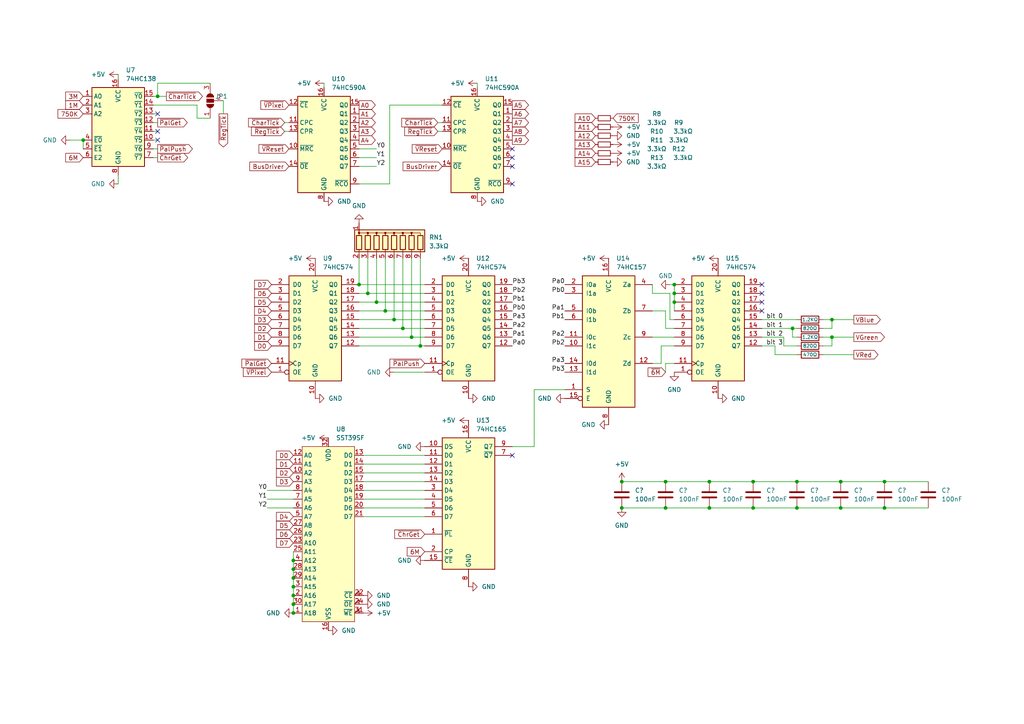
<source format=kicad_sch>
(kicad_sch (version 20230121) (generator eeschema)
  (paper "A4")
  (title_block (title "Video"))
  (lib_symbols
    (symbol "74xx:74HC138"
      (property "Reference" "U" (at -7.62 13.97 0))
      (property "Value" "74HC138" (at 2.54 -11.43 0))
      (symbol "74HC138_0_1"
        (rectangle (start -7.62 12.7) (end 7.62 -10.16) (stroke (width 0.254)) (fill (type background)))
      )
      (symbol "74HC138_1_1"
        (pin input line (at -10.16 10.16 0) (length 2.54) (name "A0") (number "1"))
        (pin output line (at 10.16 -2.54 180) (length 2.54) (name "~{Y5}") (number "10"))
        (pin output line (at 10.16 0 180) (length 2.54) (name "~{Y4}") (number "11"))
        (pin output line (at 10.16 2.54 180) (length 2.54) (name "~{Y3}") (number "12"))
        (pin output line (at 10.16 5.08 180) (length 2.54) (name "~{Y2}") (number "13"))
        (pin output line (at 10.16 7.62 180) (length 2.54) (name "~{Y1}") (number "14"))
        (pin output line (at 10.16 10.16 180) (length 2.54) (name "~{Y0}") (number "15"))
        (pin power_in line (at 0 15.24 270) (length 2.54) (name "VCC") (number "16"))
        (pin input line (at -10.16 7.62 0) (length 2.54) (name "A1") (number "2"))
        (pin input line (at -10.16 5.08 0) (length 2.54) (name "A2") (number "3"))
        (pin input line (at -10.16 -2.54 0) (length 2.54) (name "~{E0}") (number "4"))
        (pin input line (at -10.16 -5.08 0) (length 2.54) (name "~{E1}") (number "5"))
        (pin input line (at -10.16 -7.62 0) (length 2.54) (name "E2") (number "6"))
        (pin output line (at 10.16 -7.62 180) (length 2.54) (name "~{Y7}") (number "7"))
        (pin power_in line (at 0 -12.7 90) (length 2.54) (name "GND") (number "8"))
        (pin output line (at 10.16 -5.08 180) (length 2.54) (name "~{Y6}") (number "9"))
      )
    )
    (symbol "74xx:74HC165"
      (property "Reference" "U" (at -7.62 19.05 0))
      (property "Value" "74HC165" (at -7.62 -21.59 0))
      (symbol "74HC165_1_0"
        (pin input line (at -12.7 -10.16 0) (length 5.08) (name "~{PL}") (number "1"))
        (pin input line (at -12.7 15.24 0) (length 5.08) (name "DS") (number "10"))
        (pin input line (at -12.7 12.7 0) (length 5.08) (name "D0") (number "11"))
        (pin input line (at -12.7 10.16 0) (length 5.08) (name "D1") (number "12"))
        (pin input line (at -12.7 7.62 0) (length 5.08) (name "D2") (number "13"))
        (pin input line (at -12.7 5.08 0) (length 5.08) (name "D3") (number "14"))
        (pin input line (at -12.7 -17.78 0) (length 5.08) (name "~{CE}") (number "15"))
        (pin power_in line (at 0 22.86 270) (length 5.08) (name "VCC") (number "16"))
        (pin input line (at -12.7 -15.24 0) (length 5.08) (name "CP") (number "2"))
        (pin input line (at -12.7 2.54 0) (length 5.08) (name "D4") (number "3"))
        (pin input line (at -12.7 0 0) (length 5.08) (name "D5") (number "4"))
        (pin input line (at -12.7 -2.54 0) (length 5.08) (name "D6") (number "5"))
        (pin input line (at -12.7 -5.08 0) (length 5.08) (name "D7") (number "6"))
        (pin output line (at 12.7 12.7 180) (length 5.08) (name "~{Q7}") (number "7"))
        (pin power_in line (at 0 -25.4 90) (length 5.08) (name "GND") (number "8"))
        (pin output line (at 12.7 15.24 180) (length 5.08) (name "Q7") (number "9"))
      )
      (symbol "74HC165_1_1"
        (rectangle (start -7.62 17.78) (end 7.62 -20.32) (stroke (width 0.254)) (fill (type background)))
      )
    )
    (symbol "74xx:74HC590A"
      (property "Reference" "U" (at -7.62 16.51 0))
      (property "Value" "74HC590A" (at -7.62 -13.97 0))
      (symbol "74HC590A_1_0"
        (pin tri_state line (at 10.16 10.16 180) (length 2.54) (name "Q1") (number "1"))
        (pin input line (at -10.16 0 0) (length 2.54) (name "~{MRC}") (number "10"))
        (pin input line (at -10.16 7.62 0) (length 2.54) (name "CPC") (number "11"))
        (pin input line (at -10.16 12.7 0) (length 2.54) (name "~{CE}") (number "12"))
        (pin input line (at -10.16 5.08 0) (length 2.54) (name "CPR") (number "13"))
        (pin input line (at -10.16 -5.08 0) (length 2.54) (name "~{OE}") (number "14"))
        (pin tri_state line (at 10.16 12.7 180) (length 2.54) (name "Q0") (number "15"))
        (pin power_in line (at 0 17.78 270) (length 2.54) (name "VCC") (number "16"))
        (pin tri_state line (at 10.16 7.62 180) (length 2.54) (name "Q2") (number "2"))
        (pin tri_state line (at 10.16 5.08 180) (length 2.54) (name "Q3") (number "3"))
        (pin tri_state line (at 10.16 2.54 180) (length 2.54) (name "Q4") (number "4"))
        (pin tri_state line (at 10.16 0 180) (length 2.54) (name "Q5") (number "5"))
        (pin tri_state line (at 10.16 -2.54 180) (length 2.54) (name "Q6") (number "6"))
        (pin tri_state line (at 10.16 -5.08 180) (length 2.54) (name "Q7") (number "7"))
        (pin power_in line (at 0 -15.24 90) (length 2.54) (name "GND") (number "8"))
        (pin output line (at 10.16 -10.16 180) (length 2.54) (name "~{RCO}") (number "9"))
      )
      (symbol "74HC590A_1_1"
        (rectangle (start -7.62 15.24) (end 7.62 -12.7) (stroke (width 0.254)) (fill (type background)))
      )
    )
    (symbol "74xx:74HCT574" (pin_names (offset 1.016))
      (property "Reference" "U" (at -7.62 16.51 0))
      (property "Value" "74HCT574" (at -7.62 -16.51 0))
      (symbol "74HCT574_1_0"
        (pin input inverted (at -12.7 -12.7 0) (length 5.08) (name "OE") (number "1"))
        (pin power_in line (at 0 -20.32 90) (length 5.08) (name "GND") (number "10"))
        (pin input clock (at -12.7 -10.16 0) (length 5.08) (name "Cp") (number "11"))
        (pin tri_state line (at 12.7 -5.08 180) (length 5.08) (name "Q7") (number "12"))
        (pin tri_state line (at 12.7 -2.54 180) (length 5.08) (name "Q6") (number "13"))
        (pin tri_state line (at 12.7 0 180) (length 5.08) (name "Q5") (number "14"))
        (pin tri_state line (at 12.7 2.54 180) (length 5.08) (name "Q4") (number "15"))
        (pin tri_state line (at 12.7 5.08 180) (length 5.08) (name "Q3") (number "16"))
        (pin tri_state line (at 12.7 7.62 180) (length 5.08) (name "Q2") (number "17"))
        (pin tri_state line (at 12.7 10.16 180) (length 5.08) (name "Q1") (number "18"))
        (pin tri_state line (at 12.7 12.7 180) (length 5.08) (name "Q0") (number "19"))
        (pin input line (at -12.7 12.7 0) (length 5.08) (name "D0") (number "2"))
        (pin power_in line (at 0 20.32 270) (length 5.08) (name "VCC") (number "20"))
        (pin input line (at -12.7 10.16 0) (length 5.08) (name "D1") (number "3"))
        (pin input line (at -12.7 7.62 0) (length 5.08) (name "D2") (number "4"))
        (pin input line (at -12.7 5.08 0) (length 5.08) (name "D3") (number "5"))
        (pin input line (at -12.7 2.54 0) (length 5.08) (name "D4") (number "6"))
        (pin input line (at -12.7 0 0) (length 5.08) (name "D5") (number "7"))
        (pin input line (at -12.7 -2.54 0) (length 5.08) (name "D6") (number "8"))
        (pin input line (at -12.7 -5.08 0) (length 5.08) (name "D7") (number "9"))
      )
      (symbol "74HCT574_1_1"
        (rectangle (start -7.62 15.24) (end 7.62 -15.24) (stroke (width 0.254)) (fill (type background)))
      )
    )
    (symbol "74xx:74LS157" (pin_names (offset 1.016))
      (property "Reference" "U" (at -7.62 19.05 0))
      (property "Value" "74LS157" (at -7.62 -21.59 0))
      (symbol "74LS157_1_0"
        (pin input line (at -12.7 -15.24 0) (length 5.08) (name "S") (number "1"))
        (pin input line (at -12.7 -2.54 0) (length 5.08) (name "I1c") (number "10"))
        (pin input line (at -12.7 0 0) (length 5.08) (name "I0c") (number "11"))
        (pin output line (at 12.7 -7.62 180) (length 5.08) (name "Zd") (number "12"))
        (pin input line (at -12.7 -10.16 0) (length 5.08) (name "I1d") (number "13"))
        (pin input line (at -12.7 -7.62 0) (length 5.08) (name "I0d") (number "14"))
        (pin input inverted (at -12.7 -17.78 0) (length 5.08) (name "E") (number "15"))
        (pin power_in line (at 0 22.86 270) (length 5.08) (name "VCC") (number "16"))
        (pin input line (at -12.7 15.24 0) (length 5.08) (name "I0a") (number "2"))
        (pin input line (at -12.7 12.7 0) (length 5.08) (name "I1a") (number "3"))
        (pin output line (at 12.7 15.24 180) (length 5.08) (name "Za") (number "4"))
        (pin input line (at -12.7 7.62 0) (length 5.08) (name "I0b") (number "5"))
        (pin input line (at -12.7 5.08 0) (length 5.08) (name "I1b") (number "6"))
        (pin output line (at 12.7 7.62 180) (length 5.08) (name "Zb") (number "7"))
        (pin power_in line (at 0 -25.4 90) (length 5.08) (name "GND") (number "8"))
        (pin output line (at 12.7 0 180) (length 5.08) (name "Zc") (number "9"))
      )
      (symbol "74LS157_1_1"
        (rectangle (start -7.62 17.78) (end 7.62 -20.32) (stroke (width 0.254)) (fill (type background)))
      )
    )
    (symbol "Device:C" (pin_numbers hide) (pin_names (offset 0.254))
      (property "Reference" "C" (at 0.635 2.54 0))
      (property "Value" "C" (at 0.635 -2.54 0))
      (symbol "C_0_1"
        (polyline (pts (xy -2.032 -0.762) (xy 2.032 -0.762)) (stroke (width 0.508)))
        (polyline (pts (xy -2.032 0.762) (xy 2.032 0.762)) (stroke (width 0.508)))
      )
      (symbol "C_1_1"
        (pin passive line (at 0 3.81 270) (length 2.794) (name "~") (number "1"))
        (pin passive line (at 0 -3.81 90) (length 2.794) (name "~") (number "2"))
      )
    )
    (symbol "Device:R" (pin_numbers hide) (pin_names (offset 0))
      (property "Reference" "R" (at 2.032 0 90))
      (property "Value" "R" (at 0 0 90))
      (symbol "R_0_1"
        (rectangle (start -1.016 -2.54) (end 1.016 2.54) (stroke (width 0.254)))
      )
      (symbol "R_1_1"
        (pin passive line (at 0 3.81 270) (length 1.27) (name "~") (number "1"))
        (pin passive line (at 0 -3.81 90) (length 1.27) (name "~") (number "2"))
      )
    )
    (symbol "Device:R_Network08" (pin_names (offset 0) hide)
      (property "Reference" "RN" (at -12.7 0 90))
      (property "Value" "R_Network08" (at 10.16 0 90))
      (symbol "R_Network08_0_1"
        (rectangle (start -11.43 -3.175) (end 8.89 3.175) (stroke (width 0.254)) (fill (type background)))
        (rectangle (start -10.922 1.524) (end -9.398 -2.54) (stroke (width 0.254)))
        (circle (center -10.16 2.286) (radius 0.254) (fill (type outline)))
        (rectangle (start -8.382 1.524) (end -6.858 -2.54) (stroke (width 0.254)))
        (circle (center -7.62 2.286) (radius 0.254) (fill (type outline)))
        (rectangle (start -5.842 1.524) (end -4.318 -2.54) (stroke (width 0.254)))
        (circle (center -5.08 2.286) (radius 0.254) (fill (type outline)))
        (rectangle (start -3.302 1.524) (end -1.778 -2.54) (stroke (width 0.254)))
        (circle (center -2.54 2.286) (radius 0.254) (fill (type outline)))
        (rectangle (start -0.762 1.524) (end 0.762 -2.54) (stroke (width 0.254)))
        (polyline (pts (xy -10.16 -2.54) (xy -10.16 -3.81)))
        (polyline (pts (xy -7.62 -2.54) (xy -7.62 -3.81)))
        (polyline (pts (xy -5.08 -2.54) (xy -5.08 -3.81)))
        (polyline (pts (xy -2.54 -2.54) (xy -2.54 -3.81)))
        (polyline (pts (xy 0 -2.54) (xy 0 -3.81)))
        (polyline (pts (xy 2.54 -2.54) (xy 2.54 -3.81)))
        (polyline (pts (xy 5.08 -2.54) (xy 5.08 -3.81)))
        (polyline (pts (xy 7.62 -2.54) (xy 7.62 -3.81)))
        (polyline (pts (xy -10.16 1.524) (xy -10.16 2.286) (xy -7.62 2.286) (xy -7.62 1.524)))
        (polyline (pts (xy -7.62 1.524) (xy -7.62 2.286) (xy -5.08 2.286) (xy -5.08 1.524)))
        (polyline (pts (xy -5.08 1.524) (xy -5.08 2.286) (xy -2.54 2.286) (xy -2.54 1.524)))
        (polyline (pts (xy -2.54 1.524) (xy -2.54 2.286) (xy 0 2.286) (xy 0 1.524)))
        (polyline (pts (xy 0 1.524) (xy 0 2.286) (xy 2.54 2.286) (xy 2.54 1.524)))
        (polyline (pts (xy 2.54 1.524) (xy 2.54 2.286) (xy 5.08 2.286) (xy 5.08 1.524)))
        (polyline (pts (xy 5.08 1.524) (xy 5.08 2.286) (xy 7.62 2.286) (xy 7.62 1.524)))
        (circle (center 0 2.286) (radius 0.254) (fill (type outline)))
        (rectangle (start 1.778 1.524) (end 3.302 -2.54) (stroke (width 0.254)))
        (circle (center 2.54 2.286) (radius 0.254) (fill (type outline)))
        (rectangle (start 4.318 1.524) (end 5.842 -2.54) (stroke (width 0.254)))
        (circle (center 5.08 2.286) (radius 0.254) (fill (type outline)))
        (rectangle (start 6.858 1.524) (end 8.382 -2.54) (stroke (width 0.254)))
      )
      (symbol "R_Network08_1_1"
        (pin passive line (at -10.16 5.08 270) (length 2.54) (name "common") (number "1"))
        (pin passive line (at -10.16 -5.08 90) (length 1.27) (name "R1") (number "2"))
        (pin passive line (at -7.62 -5.08 90) (length 1.27) (name "R2") (number "3"))
        (pin passive line (at -5.08 -5.08 90) (length 1.27) (name "R3") (number "4"))
        (pin passive line (at -2.54 -5.08 90) (length 1.27) (name "R4") (number "5"))
        (pin passive line (at 0 -5.08 90) (length 1.27) (name "R5") (number "6"))
        (pin passive line (at 2.54 -5.08 90) (length 1.27) (name "R6") (number "7"))
        (pin passive line (at 5.08 -5.08 90) (length 1.27) (name "R7") (number "8"))
        (pin passive line (at 7.62 -5.08 90) (length 1.27) (name "R8") (number "9"))
      )
    )
    (symbol "Device:R_Small" (pin_numbers hide) (pin_names (offset 0.254) hide)
      (property "Reference" "R" (at 0.762 0.508 0))
      (property "Value" "R_Small" (at 0.762 -1.016 0))
      (symbol "R_Small_0_1"
        (rectangle (start -0.762 1.778) (end 0.762 -1.778) (stroke (width 0.2032)))
      )
      (symbol "R_Small_1_1"
        (pin passive line (at 0 2.54 270) (length 0.762) (name "~") (number "1"))
        (pin passive line (at 0 -2.54 90) (length 0.762) (name "~") (number "2"))
      )
    )
    (symbol "Jumper:SolderJumper_3_Open" (pin_names (offset 0) hide)
      (property "Reference" "JP" (at -2.54 -2.54 0))
      (property "Value" "SolderJumper_3_Open" (at 0 2.794 0))
      (symbol "SolderJumper_3_Open_0_1"
        (arc (start -1.016 1.016) (mid -2.0276 0) (end -1.016 -1.016))
        (arc (start -1.016 1.016) (mid -2.0276 0) (end -1.016 -1.016) (fill (type outline)))
        (rectangle (start -0.508 1.016) (end 0.508 -1.016) (fill (type outline)))
        (polyline (pts (xy -2.54 0) (xy -2.032 0)))
        (polyline (pts (xy -1.016 1.016) (xy -1.016 -1.016)))
        (polyline (pts (xy 0 -1.27) (xy 0 -1.016)))
        (polyline (pts (xy 1.016 1.016) (xy 1.016 -1.016)))
        (polyline (pts (xy 2.54 0) (xy 2.032 0)))
        (arc (start 1.016 -1.016) (mid 2.0276 0) (end 1.016 1.016))
        (arc (start 1.016 -1.016) (mid 2.0276 0) (end 1.016 1.016) (fill (type outline)))
      )
      (symbol "SolderJumper_3_Open_1_1"
        (pin passive line (at -5.08 0 0) (length 2.54) (name "A") (number "1"))
        (pin passive line (at 0 -3.81 90) (length 2.54) (name "C") (number "2"))
        (pin passive line (at 5.08 0 180) (length 2.54) (name "B") (number "3"))
      )
    )
    (symbol "Memory_Lib:SST39SF040"
      (property "Reference" "U" (at 11.43 54.61 0))
      (property "Value" "SST39SF040" (at 19.05 52.07 0))
      (symbol "SST39SF040_1_1"
        (rectangle (start 0 50.8) (end 15.24 0) (fill (type background)))
        (pin input line (at -2.54 2.54 0) (length 2.54) (name "A18") (number "1"))
        (pin input line (at -2.54 43.18 0) (length 2.54) (name "A2") (number "10"))
        (pin input line (at -2.54 45.72 0) (length 2.54) (name "A1") (number "11"))
        (pin input line (at -2.54 48.26 0) (length 2.54) (name "A0") (number "12"))
        (pin bidirectional line (at 17.78 48.26 180) (length 2.54) (name "D0") (number "13"))
        (pin bidirectional line (at 17.78 45.72 180) (length 2.54) (name "D1") (number "14"))
        (pin bidirectional line (at 17.78 43.18 180) (length 2.54) (name "D2") (number "15"))
        (pin power_in line (at 7.62 -2.54 90) (length 2.54) (name "VSS") (number "16"))
        (pin bidirectional line (at 17.78 40.64 180) (length 2.54) (name "D3") (number "17"))
        (pin bidirectional line (at 17.78 38.1 180) (length 2.54) (name "D4") (number "18"))
        (pin bidirectional line (at 17.78 35.56 180) (length 2.54) (name "D5") (number "19"))
        (pin input line (at -2.54 7.62 0) (length 2.54) (name "A16") (number "2"))
        (pin bidirectional line (at 17.78 33.02 180) (length 2.54) (name "D6") (number "20"))
        (pin bidirectional line (at 17.78 30.48 180) (length 2.54) (name "D7") (number "21"))
        (pin input input_low (at 17.78 7.62 180) (length 2.54) (name "~{CE}") (number "22"))
        (pin input line (at -2.54 22.86 0) (length 2.54) (name "A10") (number "23"))
        (pin input input_low (at 17.78 5.08 180) (length 2.54) (name "~{OE}") (number "24"))
        (pin input line (at -2.54 20.32 0) (length 2.54) (name "A11") (number "25"))
        (pin input line (at -2.54 25.4 0) (length 2.54) (name "A9") (number "26"))
        (pin input line (at -2.54 27.94 0) (length 2.54) (name "A8") (number "27"))
        (pin input line (at -2.54 15.24 0) (length 2.54) (name "A13") (number "28"))
        (pin input line (at -2.54 12.7 0) (length 2.54) (name "A14") (number "29"))
        (pin input line (at -2.54 10.16 0) (length 2.54) (name "A15") (number "3"))
        (pin input line (at -2.54 5.08 0) (length 2.54) (name "A17") (number "30"))
        (pin input input_low (at 17.78 2.54 180) (length 2.54) (name "~{WE}") (number "31"))
        (pin power_in line (at 7.62 53.34 270) (length 2.54) (name "VDD") (number "32"))
        (pin input line (at -2.54 17.78 0) (length 2.54) (name "A12") (number "4"))
        (pin input line (at -2.54 30.48 0) (length 2.54) (name "A7") (number "5"))
        (pin input line (at -2.54 33.02 0) (length 2.54) (name "A6") (number "6"))
        (pin input line (at -2.54 35.56 0) (length 2.54) (name "A5") (number "7"))
        (pin input line (at -2.54 38.1 0) (length 2.54) (name "A4") (number "8"))
        (pin input line (at -2.54 40.64 0) (length 2.54) (name "A3") (number "9"))
      )
    )
    (symbol "power:+5V" (power) (pin_names (offset 0))
      (property "Value" "+5V" (at 0 3.556 0))
      (symbol "+5V_0_1"
        (polyline (pts (xy -0.762 1.27) (xy 0 2.54)))
        (polyline (pts (xy 0 0) (xy 0 2.54)))
        (polyline (pts (xy 0 2.54) (xy 0.762 1.27)))
      )
      (symbol "+5V_1_1"
        (pin power_in line (at 0 0 90) (length 0) hide (name "+5V") (number "1"))
      )
    )
    (symbol "power:GND" (power) (pin_names (offset 0))
      (property "Value" "GND" (at 0 -3.81 0))
      (symbol "GND_0_1"
        (polyline (pts (xy 0 0) (xy 0 -1.27) (xy 1.27 -1.27) (xy 0 -2.54) (xy -1.27 -1.27) (xy 0 -1.27)))
      )
      (symbol "GND_1_1"
        (pin power_in line (at 0 0 270) (length 0) hide (name "GND") (number "1"))
      )
    )
  )
  (junction (at 85.09 177.8))
  (junction (at 195.58 82.55))
  (junction (at 243.84 147.32))
  (junction (at 104.14 82.55))
  (junction (at 85.09 170.18))
  (junction (at 85.09 165.1))
  (junction (at 241.3 92.71))
  (junction (at 85.09 162.56))
  (junction (at 256.54 147.32))
  (junction (at 205.74 147.32))
  (junction (at 231.14 139.7))
  (junction (at 205.74 139.7))
  (junction (at 85.09 175.26))
  (junction (at 218.44 139.7))
  (junction (at 114.3 92.71))
  (junction (at 256.54 139.7))
  (junction (at 85.09 167.64))
  (junction (at 45.72 27.94))
  (junction (at 121.92 100.33))
  (junction (at 111.76 90.17))
  (junction (at 241.3 97.79))
  (junction (at 85.09 172.72))
  (junction (at 180.34 139.7))
  (junction (at 218.44 147.32))
  (junction (at 116.84 95.25))
  (junction (at 180.34 147.32))
  (junction (at 231.14 147.32))
  (junction (at 195.58 87.63))
  (junction (at 193.04 147.32))
  (junction (at 195.58 85.09))
  (junction (at 109.22 87.63))
  (junction (at 119.38 97.79))
  (junction (at 24.13 40.64))
  (junction (at 243.84 139.7))
  (junction (at 106.68 85.09))
  (junction (at 193.04 139.7))
  (junction (at 229.87 95.25))
  (no_connect (at 45.72 33.02))
  (no_connect (at 220.98 90.17))
  (no_connect (at 220.98 85.09))
  (no_connect (at 45.72 38.1))
  (no_connect (at 220.98 87.63))
  (no_connect (at 220.98 82.55))
  (no_connect (at 148.59 53.34))
  (no_connect (at 148.59 43.18))
  (no_connect (at 148.59 45.72))
  (no_connect (at 148.59 132.08))
  (no_connect (at 45.72 40.64))
  (no_connect (at 148.59 48.26))
  (wire (pts (xy 194.31 85.09) (xy 194.31 92.71)))
  (wire (pts (xy 195.58 82.55) (xy 195.58 85.09)))
  (wire (pts (xy 105.41 142.24) (xy 123.19 142.24)))
  (wire (pts (xy 193.04 107.95) (xy 193.04 105.41)))
  (wire (pts (xy 85.09 160.02) (xy 85.09 162.56)))
  (wire (pts (xy 138.43 24.13) (xy 138.43 25.4)))
  (wire (pts (xy 218.44 147.32) (xy 231.14 147.32)))
  (wire (pts (xy 104.14 53.34) (xy 113.03 53.34)))
  (wire (pts (xy 231.14 97.79) (xy 229.87 97.79)))
  (wire (pts (xy 105.41 149.86) (xy 123.19 149.86)))
  (wire (pts (xy 243.84 147.32) (xy 256.54 147.32)))
  (wire (pts (xy 106.68 85.09) (xy 104.14 85.09)))
  (wire (pts (xy 111.76 74.93) (xy 111.76 90.17)))
  (wire (pts (xy 238.76 95.25) (xy 241.3 95.25)))
  (wire (pts (xy 189.23 105.41) (xy 191.77 105.41)))
  (wire (pts (xy 111.76 90.17) (xy 104.14 90.17)))
  (wire (pts (xy 180.34 147.32) (xy 193.04 147.32)))
  (wire (pts (xy 85.09 172.72) (xy 85.09 175.26)))
  (wire (pts (xy 48.26 27.94) (xy 45.72 27.94)))
  (wire (pts (xy 189.23 85.09) (xy 194.31 85.09)))
  (wire (pts (xy 121.92 100.33) (xy 104.14 100.33)))
  (wire (pts (xy 189.23 82.55) (xy 189.23 85.09)))
  (wire (pts (xy 218.44 139.7) (xy 231.14 139.7)))
  (wire (pts (xy 123.19 107.95) (xy 114.3 107.95)))
  (wire (pts (xy 238.76 92.71) (xy 241.3 92.71)))
  (wire (pts (xy 193.04 139.7) (xy 205.74 139.7)))
  (wire (pts (xy 241.3 97.79) (xy 247.65 97.79)))
  (wire (pts (xy 195.58 87.63) (xy 195.58 90.17)))
  (wire (pts (xy 123.19 90.17) (xy 111.76 90.17)))
  (wire (pts (xy 105.41 134.62) (xy 123.19 134.62)))
  (wire (pts (xy 85.09 162.56) (xy 85.09 165.1)))
  (wire (pts (xy 227.33 100.33) (xy 231.14 100.33)))
  (wire (pts (xy 85.09 167.64) (xy 85.09 170.18)))
  (wire (pts (xy 45.72 33.02) (xy 44.45 33.02)))
  (wire (pts (xy 154.94 129.54) (xy 154.94 113.03)))
  (wire (pts (xy 85.09 165.1) (xy 85.09 167.64)))
  (wire (pts (xy 105.41 132.08) (xy 123.19 132.08)))
  (wire (pts (xy 191.77 100.33) (xy 195.58 100.33)))
  (wire (pts (xy 20.32 40.64) (xy 24.13 40.64)))
  (wire (pts (xy 195.58 95.25) (xy 193.04 95.25)))
  (wire (pts (xy 123.19 82.55) (xy 104.14 82.55)))
  (wire (pts (xy 116.84 74.93) (xy 116.84 95.25)))
  (wire (pts (xy 220.98 92.71) (xy 231.14 92.71)))
  (wire (pts (xy 189.23 90.17) (xy 193.04 90.17)))
  (wire (pts (xy 154.94 113.03) (xy 163.83 113.03)))
  (wire (pts (xy 105.41 139.7) (xy 123.19 139.7)))
  (wire (pts (xy 77.47 147.32) (xy 85.09 147.32)))
  (wire (pts (xy 227.33 97.79) (xy 227.33 100.33)))
  (wire (pts (xy 109.22 43.18) (xy 104.14 43.18)))
  (wire (pts (xy 123.19 100.33) (xy 121.92 100.33)))
  (wire (pts (xy 85.09 175.26) (xy 85.09 177.8)))
  (wire (pts (xy 114.3 92.71) (xy 104.14 92.71)))
  (wire (pts (xy 180.34 139.7) (xy 193.04 139.7)))
  (wire (pts (xy 231.14 147.32) (xy 243.84 147.32)))
  (wire (pts (xy 104.14 74.93) (xy 104.14 82.55)))
  (wire (pts (xy 220.98 97.79) (xy 227.33 97.79)))
  (wire (pts (xy 123.19 97.79) (xy 119.38 97.79)))
  (wire (pts (xy 106.68 74.93) (xy 106.68 85.09)))
  (wire (pts (xy 241.3 92.71) (xy 241.3 95.25)))
  (wire (pts (xy 191.77 105.41) (xy 191.77 100.33)))
  (wire (pts (xy 77.47 142.24) (xy 85.09 142.24)))
  (wire (pts (xy 229.87 95.25) (xy 231.14 95.25)))
  (wire (pts (xy 241.3 92.71) (xy 247.65 92.71)))
  (wire (pts (xy 45.72 27.94) (xy 44.45 27.94)))
  (wire (pts (xy 45.72 43.18) (xy 44.45 43.18)))
  (wire (pts (xy 127 35.56) (xy 128.27 35.56)))
  (wire (pts (xy 123.19 92.71) (xy 114.3 92.71)))
  (wire (pts (xy 116.84 95.25) (xy 104.14 95.25)))
  (wire (pts (xy 34.29 21.59) (xy 34.29 22.86)))
  (wire (pts (xy 194.31 82.55) (xy 195.58 82.55)))
  (wire (pts (xy 45.72 40.64) (xy 44.45 40.64)))
  (wire (pts (xy 224.79 100.33) (xy 224.79 102.87)))
  (wire (pts (xy 224.79 102.87) (xy 231.14 102.87)))
  (wire (pts (xy 256.54 139.7) (xy 269.24 139.7)))
  (wire (pts (xy 148.59 129.54) (xy 154.94 129.54)))
  (wire (pts (xy 193.04 95.25) (xy 193.04 90.17)))
  (wire (pts (xy 45.72 24.13) (xy 45.72 27.94)))
  (wire (pts (xy 123.19 85.09) (xy 106.68 85.09)))
  (wire (pts (xy 121.92 74.93) (xy 121.92 100.33)))
  (wire (pts (xy 194.31 92.71) (xy 195.58 92.71)))
  (wire (pts (xy 34.29 53.34) (xy 34.29 50.8)))
  (wire (pts (xy 238.76 97.79) (xy 241.3 97.79)))
  (wire (pts (xy 45.72 35.56) (xy 44.45 35.56)))
  (wire (pts (xy 229.87 95.25) (xy 229.87 97.79)))
  (wire (pts (xy 127 38.1) (xy 128.27 38.1)))
  (wire (pts (xy 82.55 38.1) (xy 83.82 38.1)))
  (wire (pts (xy 60.96 34.29) (xy 57.15 34.29)))
  (wire (pts (xy 119.38 97.79) (xy 104.14 97.79)))
  (wire (pts (xy 113.03 30.48) (xy 128.27 30.48)))
  (wire (pts (xy 57.15 34.29) (xy 57.15 30.48)))
  (wire (pts (xy 105.41 144.78) (xy 123.19 144.78)))
  (wire (pts (xy 45.72 45.72) (xy 44.45 45.72)))
  (wire (pts (xy 44.45 30.48) (xy 57.15 30.48)))
  (wire (pts (xy 114.3 74.93) (xy 114.3 92.71)))
  (wire (pts (xy 109.22 74.93) (xy 109.22 87.63)))
  (wire (pts (xy 24.13 40.64) (xy 24.13 43.18)))
  (wire (pts (xy 195.58 85.09) (xy 195.58 87.63)))
  (wire (pts (xy 238.76 102.87) (xy 247.65 102.87)))
  (wire (pts (xy 238.76 100.33) (xy 241.3 100.33)))
  (wire (pts (xy 60.96 24.13) (xy 45.72 24.13)))
  (wire (pts (xy 64.77 33.02) (xy 64.77 29.21)))
  (wire (pts (xy 45.72 38.1) (xy 44.45 38.1)))
  (wire (pts (xy 119.38 74.93) (xy 119.38 97.79)))
  (wire (pts (xy 82.55 35.56) (xy 83.82 35.56)))
  (wire (pts (xy 105.41 137.16) (xy 123.19 137.16)))
  (wire (pts (xy 220.98 95.25) (xy 229.87 95.25)))
  (wire (pts (xy 85.09 170.18) (xy 85.09 172.72)))
  (wire (pts (xy 205.74 139.7) (xy 218.44 139.7)))
  (wire (pts (xy 109.22 45.72) (xy 104.14 45.72)))
  (wire (pts (xy 231.14 139.7) (xy 243.84 139.7)))
  (wire (pts (xy 205.74 147.32) (xy 218.44 147.32)))
  (wire (pts (xy 105.41 147.32) (xy 123.19 147.32)))
  (wire (pts (xy 193.04 147.32) (xy 205.74 147.32)))
  (wire (pts (xy 189.23 97.79) (xy 195.58 97.79)))
  (wire (pts (xy 109.22 87.63) (xy 104.14 87.63)))
  (wire (pts (xy 123.19 95.25) (xy 116.84 95.25)))
  (wire (pts (xy 256.54 147.32) (xy 269.24 147.32)))
  (wire (pts (xy 77.47 144.78) (xy 85.09 144.78)))
  (wire (pts (xy 113.03 53.34) (xy 113.03 30.48)))
  (wire (pts (xy 193.04 105.41) (xy 195.58 105.41)))
  (wire (pts (xy 93.98 24.13) (xy 93.98 25.4)))
  (wire (pts (xy 241.3 100.33) (xy 241.3 97.79)))
  (wire (pts (xy 220.98 100.33) (xy 224.79 100.33)))
  (wire (pts (xy 243.84 139.7) (xy 256.54 139.7)))
  (wire (pts (xy 109.22 48.26) (xy 104.14 48.26)))
  (wire (pts (xy 123.19 87.63) (xy 109.22 87.63)))
  (label "Pa1" (at 148.59 97.79 0))
  (label "Y0" (at 77.47 142.24 180))
  (label "Pa2" (at 148.59 95.25 0))
  (label "bit 0" (at 222.25 92.71 0))
  (label "Pb0" (at 148.59 90.17 0))
  (label "Pb2" (at 148.59 85.09 0))
  (label "Pa3" (at 163.83 105.41 180))
  (label "Pb3" (at 163.83 107.95 180))
  (label "bit 2" (at 222.25 97.79 0))
  (label "Y1" (at 109.22 45.72 0))
  (label "bit 1" (at 222.25 95.25 0))
  (label "Pa2" (at 163.83 97.79 180))
  (label "Y0" (at 109.22 43.18 0))
  (label "Pa0" (at 148.59 100.33 0))
  (label "Pb0" (at 163.83 85.09 180))
  (label "Pb1" (at 148.59 87.63 0))
  (label "Y1" (at 77.47 144.78 180))
  (label "Y2" (at 77.47 147.32 180))
  (label "Pb1" (at 163.83 92.71 180))
  (label "Pa0" (at 163.83 82.55 180))
  (label "Pa3" (at 148.59 92.71 0))
  (label "Pb3" (at 148.59 82.55 0))
  (label "Pb2" (at 163.83 100.33 180))
  (label "Pa1" (at 163.83 90.17 180))
  (label "Y2" (at 109.22 48.26 0))
  (label "bit 3" (at 222.25 100.33 0))
  (global_label "A10" (shape input) (at 172.72 34.29 180) (property "Intersheetrefs" "${INTERSHEET_REFS}" (effects hide)))
  (global_label "D4" (shape input) (at 78.74 90.17 180) (property "Intersheetrefs" "${INTERSHEET_REFS}" (effects hide)))
  (global_label "A4" (shape output) (at 104.14 40.64 0) (property "Intersheetrefs" "${INTERSHEET_REFS}" (effects hide)))
  (global_label "A14" (shape input) (at 172.72 44.45 180) (property "Intersheetrefs" "${INTERSHEET_REFS}" (effects hide)))
  (global_label "A0" (shape output) (at 104.14 30.48 0) (property "Intersheetrefs" "${INTERSHEET_REFS}" (effects hide)))
  (global_label "~{VPixel}" (shape input) (at 83.82 30.48 180) (property "Intersheetrefs" "${INTERSHEET_REFS}" (effects hide)))
  (global_label "6M" (shape input) (at 24.13 45.72 180) (property "Intersheetrefs" "${INTERSHEET_REFS}" (effects hide)))
  (global_label "VGreen" (shape output) (at 247.65 97.79 0) (property "Intersheetrefs" "${INTERSHEET_REFS}" (effects hide)))
  (global_label "~{RegTick}" (shape input) (at 82.55 38.1 180) (property "Intersheetrefs" "${INTERSHEET_REFS}" (effects hide)))
  (global_label "~{PalPush}" (shape input) (at 123.19 105.41 180) (property "Intersheetrefs" "${INTERSHEET_REFS}" (effects hide)))
  (global_label "VRed" (shape output) (at 247.65 102.87 0) (property "Intersheetrefs" "${INTERSHEET_REFS}" (effects hide)))
  (global_label "BusDriver" (shape input) (at 128.27 48.26 180) (property "Intersheetrefs" "${INTERSHEET_REFS}" (effects hide)))
  (global_label "D3" (shape input) (at 78.74 92.71 180) (property "Intersheetrefs" "${INTERSHEET_REFS}" (effects hide)))
  (global_label "~{PalGet}" (shape output) (at 45.72 35.56 0) (property "Intersheetrefs" "${INTERSHEET_REFS}" (effects hide)))
  (global_label "~{CharTick}" (shape output) (at 48.26 27.94 0) (property "Intersheetrefs" "${INTERSHEET_REFS}" (effects hide)))
  (global_label "D2" (shape input) (at 85.09 137.16 180) (property "Intersheetrefs" "${INTERSHEET_REFS}" (effects hide)))
  (global_label "A11" (shape input) (at 172.72 36.83 180) (property "Intersheetrefs" "${INTERSHEET_REFS}" (effects hide)))
  (global_label "~{VReset}" (shape input) (at 83.82 43.18 180) (property "Intersheetrefs" "${INTERSHEET_REFS}" (effects hide)))
  (global_label "~{RegTick}" (shape input) (at 127 38.1 180) (property "Intersheetrefs" "${INTERSHEET_REFS}" (effects hide)))
  (global_label "~{CharTick}" (shape input) (at 127 35.56 180) (property "Intersheetrefs" "${INTERSHEET_REFS}" (effects hide)))
  (global_label "D4" (shape input) (at 85.09 149.86 180) (property "Intersheetrefs" "${INTERSHEET_REFS}" (effects hide)))
  (global_label "~{ChrGet}" (shape input) (at 123.19 154.94 180) (property "Intersheetrefs" "${INTERSHEET_REFS}" (effects hide)))
  (global_label "A9" (shape output) (at 148.59 40.64 0) (property "Intersheetrefs" "${INTERSHEET_REFS}" (effects hide)))
  (global_label "D0" (shape input) (at 78.74 100.33 180) (property "Intersheetrefs" "${INTERSHEET_REFS}" (effects hide)))
  (global_label "D5" (shape input) (at 85.09 152.4 180) (property "Intersheetrefs" "${INTERSHEET_REFS}" (effects hide)))
  (global_label "1M" (shape input) (at 24.13 30.48 180) (property "Intersheetrefs" "${INTERSHEET_REFS}" (effects hide)))
  (global_label "~{CharTick}" (shape input) (at 82.55 35.56 180) (property "Intersheetrefs" "${INTERSHEET_REFS}" (effects hide)))
  (global_label "A1" (shape output) (at 104.14 33.02 0) (property "Intersheetrefs" "${INTERSHEET_REFS}" (effects hide)))
  (global_label "D5" (shape input) (at 78.74 87.63 180) (property "Intersheetrefs" "${INTERSHEET_REFS}" (effects hide)))
  (global_label "D1" (shape input) (at 85.09 134.62 180) (property "Intersheetrefs" "${INTERSHEET_REFS}" (effects hide)))
  (global_label "A2" (shape output) (at 104.14 35.56 0) (property "Intersheetrefs" "${INTERSHEET_REFS}" (effects hide)))
  (global_label "D3" (shape input) (at 85.09 139.7 180) (property "Intersheetrefs" "${INTERSHEET_REFS}" (effects hide)))
  (global_label "A5" (shape output) (at 148.59 30.48 0) (property "Intersheetrefs" "${INTERSHEET_REFS}" (effects hide)))
  (global_label "D2" (shape input) (at 78.74 95.25 180) (property "Intersheetrefs" "${INTERSHEET_REFS}" (effects hide)))
  (global_label "D6" (shape input) (at 78.74 85.09 180) (property "Intersheetrefs" "${INTERSHEET_REFS}" (effects hide)))
  (global_label "~{PalPush}" (shape output) (at 45.72 43.18 0) (property "Intersheetrefs" "${INTERSHEET_REFS}" (effects hide)))
  (global_label "~{VReset}" (shape input) (at 128.27 43.18 180) (property "Intersheetrefs" "${INTERSHEET_REFS}" (effects hide)))
  (global_label "~{VPixel}" (shape input) (at 78.74 107.95 180) (property "Intersheetrefs" "${INTERSHEET_REFS}" (effects hide)))
  (global_label "VBlue" (shape output) (at 247.65 92.71 0) (property "Intersheetrefs" "${INTERSHEET_REFS}" (effects hide)))
  (global_label "~{ChrGet}" (shape output) (at 45.72 45.72 0) (property "Intersheetrefs" "${INTERSHEET_REFS}" (effects hide)))
  (global_label "A6" (shape output) (at 148.59 33.02 0) (property "Intersheetrefs" "${INTERSHEET_REFS}" (effects hide)))
  (global_label "750K" (shape input) (at 24.13 33.02 180) (property "Intersheetrefs" "${INTERSHEET_REFS}" (effects hide)))
  (global_label "750K" (shape input) (at 177.8 34.29 0) (property "Intersheetrefs" "${INTERSHEET_REFS}" (effects hide)))
  (global_label "D7" (shape input) (at 78.74 82.55 180) (property "Intersheetrefs" "${INTERSHEET_REFS}" (effects hide)))
  (global_label "BusDriver" (shape input) (at 83.82 48.26 180) (property "Intersheetrefs" "${INTERSHEET_REFS}" (effects hide)))
  (global_label "~{6M}" (shape input) (at 193.04 107.95 180) (property "Intersheetrefs" "${INTERSHEET_REFS}" (effects hide)))
  (global_label "A12" (shape input) (at 172.72 39.37 180) (property "Intersheetrefs" "${INTERSHEET_REFS}" (effects hide)))
  (global_label "A8" (shape output) (at 148.59 38.1 0) (property "Intersheetrefs" "${INTERSHEET_REFS}" (effects hide)))
  (global_label "6M" (shape input) (at 123.19 160.02 180) (property "Intersheetrefs" "${INTERSHEET_REFS}" (effects hide)))
  (global_label "~{RegTick}" (shape output) (at 64.77 33.02 270) (property "Intersheetrefs" "${INTERSHEET_REFS}" (effects hide)))
  (global_label "~{PalGet}" (shape input) (at 78.74 105.41 180) (property "Intersheetrefs" "${INTERSHEET_REFS}" (effects hide)))
  (global_label "D7" (shape input) (at 85.09 157.48 180) (property "Intersheetrefs" "${INTERSHEET_REFS}" (effects hide)))
  (global_label "A13" (shape input) (at 172.72 41.91 180) (property "Intersheetrefs" "${INTERSHEET_REFS}" (effects hide)))
  (global_label "A15" (shape input) (at 172.72 46.99 180) (property "Intersheetrefs" "${INTERSHEET_REFS}" (effects hide)))
  (global_label "A7" (shape output) (at 148.59 35.56 0) (property "Intersheetrefs" "${INTERSHEET_REFS}" (effects hide)))
  (global_label "3M" (shape input) (at 24.13 27.94 180) (property "Intersheetrefs" "${INTERSHEET_REFS}" (effects hide)))
  (global_label "D0" (shape input) (at 85.09 132.08 180) (property "Intersheetrefs" "${INTERSHEET_REFS}" (effects hide)))
  (global_label "D1" (shape input) (at 78.74 97.79 180) (property "Intersheetrefs" "${INTERSHEET_REFS}" (effects hide)))
  (global_label "A3" (shape output) (at 104.14 38.1 0) (property "Intersheetrefs" "${INTERSHEET_REFS}" (effects hide)))
  (global_label "D6" (shape input) (at 85.09 154.94 180) (property "Intersheetrefs" "${INTERSHEET_REFS}" (effects hide)))
  (symbol (lib_id "power:GND") (at 208.28 115.57 90) (unit 1)
    (property "Reference" "#PWR015" (effects hide))
    (property "Value" "GND" (at 212.09 115.57 90) (effects (justify right)))
  )
  (symbol (lib_id "74xx:74HC165") (at 135.89 144.78 0) (unit 1)
    (property "Reference" "U13" (at 138.0841 121.92 0) (effects (justify left)))
    (property "Value" "74HC165" (at 138.0841 124.46 0) (effects (justify left)))
    (property "Footprint" "PCM_Package_DIP_AKL:DIP-16_W7.62mm_Socket_LongPads" (effects hide))
    (property "Datasheet" "https://assets.nexperia.com/documents/data-sheet/74HC_HCT165.pdf" (effects hide))
  )
  (symbol (lib_id "power:GND") (at 20.32 40.64 270) (unit 1)
    (property "Reference" "#PWR015" (effects hide))
    (property "Value" "GND" (at 16.51 40.64 90) (effects (justify right)))
  )
  (symbol (lib_id "74xx:74HCT574") (at 135.89 95.25 0) (unit 1)
    (property "Reference" "U12" (at 138.0841 74.93 0) (effects (justify left)))
    (property "Value" "74HC574" (at 138.0841 77.47 0) (effects (justify left)))
    (property "Footprint" "PCM_Package_DIP_AKL:DIP-20_W7.62mm_Socket_LongPads" (effects hide))
    (property "Datasheet" "http://www.ti.com/lit/gpn/sn74HCT574" (effects hide))
  )
  (symbol (lib_id "power:GND") (at 135.89 115.57 90) (unit 1)
    (property "Reference" "#PWR015" (effects hide))
    (property "Value" "GND" (at 139.7 115.57 90) (effects (justify right)))
  )
  (symbol (lib_id "Device:R_Small") (at 175.26 36.83 90) (unit 1)
    (property "Reference" "R9" (at 196.85 35.56 90))
    (property "Value" "3.3kΩ" (at 198.12 38.1 90))
    (property "Footprint" "Resistor_THT:R_Axial_DIN0204_L3.6mm_D1.6mm_P7.62mm_Horizontal" (effects hide))
  )
  (symbol (lib_id "Jumper:SolderJumper_3_Open") (at 60.96 29.21 90) (unit 1)
    (property "Reference" "JP1" (at 66.04 27.94 90) (effects (justify left)))
    (property "Value" "SolderJumper_3_Open" (effects hide))
    (property "Footprint" "Jumper:SolderJumper-3_P1.3mm_Open_Pad1.0x1.5mm" (effects hide))
  )
  (symbol (lib_id "74xx:74HCT574") (at 208.28 95.25 0) (unit 1)
    (property "Reference" "U15" (at 210.4741 74.93 0) (effects (justify left)))
    (property "Value" "74HC574" (at 210.4741 77.47 0) (effects (justify left)))
    (property "Footprint" "PCM_Package_DIP_AKL:DIP-20_W7.62mm_Socket_LongPads" (effects hide))
    (property "Datasheet" "http://www.ti.com/lit/gpn/sn74HCT574" (effects hide))
  )
  (symbol (lib_id "power:GND") (at 34.29 53.34 270) (unit 1)
    (property "Reference" "#PWR015" (effects hide))
    (property "Value" "GND" (at 30.48 53.34 90) (effects (justify right)))
  )
  (symbol (lib_id "power:+5V") (at 105.41 177.8 270) (unit 1)
    (property "Reference" "#PWR017" (effects hide))
    (property "Value" "+5V" (at 109.22 177.8 90) (effects (justify left)))
  )
  (symbol (lib_id "power:GND") (at 195.58 107.95 0) (unit 1)
    (property "Reference" "#PWR015" (effects hide))
    (property "Value" "GND" (at 195.58 113.03 0))
  )
  (symbol (lib_id "Device:C") (at 193.04 143.51 0) (unit 1)
    (property "Reference" "C?" (at 196.85 142.24 0) (effects (justify left)))
    (property "Value" "100nF" (at 196.85 144.78 0) (effects (justify left)))
    (property "Footprint" "Capacitor_THT:C_Disc_D3.0mm_W2.0mm_P2.50mm" (effects hide))
  )
  (symbol (lib_id "power:+5V") (at 135.89 74.93 90) (unit 1)
    (property "Reference" "#PWR017" (effects hide))
    (property "Value" "+5V" (at 132.08 74.93 90) (effects (justify left)))
  )
  (symbol (lib_id "74xx:74HCT574") (at 91.44 95.25 0) (unit 1)
    (property "Reference" "U9" (at 93.6341 74.93 0) (effects (justify left)))
    (property "Value" "74HC574" (at 93.6341 77.47 0) (effects (justify left)))
    (property "Footprint" "PCM_Package_DIP_AKL:DIP-20_W7.62mm_Socket_LongPads" (effects hide))
    (property "Datasheet" "http://www.ti.com/lit/gpn/sn74HCT574" (effects hide))
  )
  (symbol (lib_id "Device:C") (at 180.34 143.51 0) (unit 1)
    (property "Reference" "C?" (at 184.15 142.24 0) (effects (justify left)))
    (property "Value" "100nF" (at 184.15 144.78 0) (effects (justify left)))
    (property "Footprint" "Capacitor_THT:C_Disc_D3.0mm_W2.0mm_P2.50mm" (effects hide))
  )
  (symbol (lib_id "Device:C") (at 256.54 143.51 0) (unit 1)
    (property "Reference" "C?" (at 260.35 142.24 0) (effects (justify left)))
    (property "Value" "100nF" (at 260.35 144.78 0) (effects (justify left)))
    (property "Footprint" "Capacitor_THT:C_Disc_D3.0mm_W2.0mm_P2.50mm" (effects hide))
  )
  (symbol (lib_id "power:+5V") (at 135.89 121.92 90) (unit 1)
    (property "Reference" "#PWR017" (effects hide))
    (property "Value" "+5V" (at 132.08 121.92 90) (effects (justify left)))
  )
  (symbol (lib_id "power:GND") (at 163.83 115.57 270) (unit 1)
    (property "Reference" "#PWR015" (effects hide))
    (property "Value" "GND" (at 160.02 115.57 90) (effects (justify right)))
  )
  (symbol (lib_id "Device:C") (at 231.14 143.51 0) (unit 1)
    (property "Reference" "C?" (at 234.95 142.24 0) (effects (justify left)))
    (property "Value" "100nF" (at 234.95 144.78 0) (effects (justify left)))
    (property "Footprint" "Capacitor_THT:C_Disc_D3.0mm_W2.0mm_P2.50mm" (effects hide))
  )
  (symbol (lib_id "Device:C") (at 218.44 143.51 0) (unit 1)
    (property "Reference" "C?" (at 222.25 142.24 0) (effects (justify left)))
    (property "Value" "100nF" (at 222.25 144.78 0) (effects (justify left)))
    (property "Footprint" "Capacitor_THT:C_Disc_D3.0mm_W2.0mm_P2.50mm" (effects hide))
  )
  (symbol (lib_id "Device:R") (at 234.95 92.71 90) (unit 1)
    (property "Reference" "R14" (effects hide))
    (property "Value" "1.2KΩ" (at 234.95 92.71 90) (effects (font (size 1 1))))
    (property "Footprint" "Resistor_THT:R_Axial_DIN0204_L3.6mm_D1.6mm_P7.62mm_Horizontal" (effects hide))
  )
  (symbol (lib_id "Device:C") (at 243.84 143.51 0) (unit 1)
    (property "Reference" "C?" (at 247.65 142.24 0) (effects (justify left)))
    (property "Value" "100nF" (at 247.65 144.78 0) (effects (justify left)))
    (property "Footprint" "Capacitor_THT:C_Disc_D3.0mm_W2.0mm_P2.50mm" (effects hide))
  )
  (symbol (lib_id "Device:R") (at 234.95 97.79 90) (unit 1)
    (property "Reference" "R16" (effects hide))
    (property "Value" "1.2KΩ" (at 234.95 97.79 90) (effects (font (size 1 1))))
    (property "Footprint" "Resistor_THT:R_Axial_DIN0204_L3.6mm_D1.6mm_P7.62mm_Horizontal" (effects hide))
  )
  (symbol (lib_id "power:+5V") (at 177.8 41.91 270) (unit 1)
    (property "Reference" "#PWR017" (effects hide))
    (property "Value" "+5V" (at 181.61 41.91 90) (effects (justify left)))
  )
  (symbol (lib_id "power:GND") (at 177.8 46.99 90) (unit 1)
    (property "Reference" "#PWR015" (effects hide))
    (property "Value" "GND" (at 181.61 46.99 90) (effects (justify right)))
  )
  (symbol (lib_id "power:+5V") (at 208.28 74.93 90) (unit 1)
    (property "Reference" "#PWR017" (effects hide))
    (property "Value" "+5V" (at 204.47 74.93 90) (effects (justify left)))
  )
  (symbol (lib_id "power:+5V") (at 138.43 24.13 90) (unit 1)
    (property "Reference" "#PWR017" (effects hide))
    (property "Value" "+5V" (at 134.62 24.13 90) (effects (justify left)))
  )
  (symbol (lib_id "Device:R_Small") (at 175.26 39.37 90) (unit 1)
    (property "Reference" "R10" (at 190.5 38.1 90))
    (property "Value" "3.3kΩ" (at 196.85 40.64 90))
    (property "Footprint" "Resistor_THT:R_Axial_DIN0204_L3.6mm_D1.6mm_P7.62mm_Horizontal" (effects hide))
  )
  (symbol (lib_id "Device:R_Small") (at 175.26 41.91 90) (unit 1)
    (property "Reference" "R11" (at 190.5 40.64 90))
    (property "Value" "3.3kΩ" (at 190.5 43.18 90))
    (property "Footprint" "Resistor_THT:R_Axial_DIN0204_L3.6mm_D1.6mm_P7.62mm_Horizontal" (effects hide))
  )
  (symbol (lib_id "power:GND") (at 176.53 123.19 270) (unit 1)
    (property "Reference" "#PWR015" (effects hide))
    (property "Value" "GND" (at 172.72 123.19 90) (effects (justify right)))
  )
  (symbol (lib_id "power:GND") (at 135.89 170.18 90) (unit 1)
    (property "Reference" "#PWR015" (effects hide))
    (property "Value" "GND" (at 139.7 170.18 90) (effects (justify right)))
  )
  (symbol (lib_id "power:GND") (at 180.34 147.32 0) (unit 1)
    (property "Reference" "#PWR0135" (effects hide))
    (property "Value" "GND" (at 180.34 152.4 0))
  )
  (symbol (lib_id "power:GND") (at 123.19 129.54 270) (unit 1)
    (property "Reference" "#PWR015" (effects hide))
    (property "Value" "GND" (at 119.38 129.54 90) (effects (justify right)))
  )
  (symbol (lib_id "74xx:74HC590A") (at 93.98 43.18 0) (unit 1)
    (property "Reference" "U10" (at 96.1741 22.86 0) (effects (justify left)))
    (property "Value" "74HC590A" (at 96.1741 25.4 0) (effects (justify left)))
    (property "Footprint" "PCM_Package_DIP_AKL:DIP-16_W7.62mm_Socket_LongPads" (effects hide))
    (property "Datasheet" "http://www.ti.com/lit/ds/symlink/sn74hc590a.pdf" (effects hide))
  )
  (symbol (lib_id "power:GND") (at 91.44 115.57 90) (unit 1)
    (property "Reference" "#PWR015" (effects hide))
    (property "Value" "GND" (at 95.25 115.57 90) (effects (justify right)))
  )
  (symbol (lib_id "power:+5V") (at 180.34 139.7 0) (unit 1)
    (property "Reference" "#PWR0136" (effects hide))
    (property "Value" "+5V" (at 180.34 134.62 0))
  )
  (symbol (lib_id "power:GND") (at 177.8 39.37 90) (unit 1)
    (property "Reference" "#PWR015" (effects hide))
    (property "Value" "GND" (at 181.61 39.37 90) (effects (justify right)))
  )
  (symbol (lib_id "Device:R") (at 234.95 102.87 90) (unit 1)
    (property "Reference" "R18" (effects hide))
    (property "Value" "470Ω" (at 234.95 102.87 90) (effects (font (size 1 1))))
    (property "Footprint" "Resistor_THT:R_Axial_DIN0204_L3.6mm_D1.6mm_P7.62mm_Horizontal" (effects hide))
  )
  (symbol (lib_id "Device:R") (at 234.95 95.25 90) (unit 1)
    (property "Reference" "R15" (effects hide))
    (property "Value" "820Ω" (at 234.95 95.25 90) (effects (font (size 1 1))))
    (property "Footprint" "Resistor_THT:R_Axial_DIN0204_L3.6mm_D1.6mm_P7.62mm_Horizontal" (effects hide))
  )
  (symbol (lib_id "power:+5V") (at 34.29 21.59 90) (unit 1)
    (property "Reference" "#PWR017" (effects hide))
    (property "Value" "+5V" (at 30.48 21.59 90) (effects (justify left)))
  )
  (symbol (lib_id "Device:R_Small") (at 175.26 46.99 90) (unit 1)
    (property "Reference" "R13" (at 190.5 45.72 90))
    (property "Value" "3.3kΩ" (at 190.5 48.26 90))
    (property "Footprint" "Resistor_THT:R_Axial_DIN0204_L3.6mm_D1.6mm_P7.62mm_Horizontal" (effects hide))
  )
  (symbol (lib_id "power:+5V") (at 91.44 74.93 90) (unit 1)
    (property "Reference" "#PWR017" (effects hide))
    (property "Value" "+5V" (at 87.63 74.93 90) (effects (justify left)))
  )
  (symbol (lib_id "74xx:74HC590A") (at 138.43 43.18 0) (unit 1)
    (property "Reference" "U11" (at 140.6241 22.86 0) (effects (justify left)))
    (property "Value" "74HC590A" (at 140.6241 25.4 0) (effects (justify left)))
    (property "Footprint" "PCM_Package_DIP_AKL:DIP-16_W7.62mm_Socket_LongPads" (effects hide))
    (property "Datasheet" "http://www.ti.com/lit/ds/symlink/sn74hc590a.pdf" (effects hide))
  )
  (symbol (lib_id "power:+5V") (at 95.25 127 90) (unit 1)
    (property "Reference" "#PWR017" (effects hide))
    (property "Value" "+5V" (at 91.44 127 90) (effects (justify left)))
  )
  (symbol (lib_id "power:GND") (at 95.25 182.88 90) (unit 1)
    (property "Reference" "#PWR015" (effects hide))
    (property "Value" "GND" (at 99.06 182.88 90) (effects (justify right)))
  )
  (symbol (lib_id "Device:C") (at 269.24 143.51 0) (unit 1)
    (property "Reference" "C?" (at 273.05 142.24 0) (effects (justify left)))
    (property "Value" "100nF" (at 273.05 144.78 0) (effects (justify left)))
    (property "Footprint" "Capacitor_THT:C_Disc_D3.0mm_W2.0mm_P2.50mm" (effects hide))
  )
  (symbol (lib_id "power:GND") (at 105.41 172.72 90) (unit 1)
    (property "Reference" "#PWR015" (effects hide))
    (property "Value" "GND" (at 109.22 172.72 90) (effects (justify right)))
  )
  (symbol (lib_id "74xx:74LS157") (at 176.53 97.79 0) (unit 1)
    (property "Reference" "U14" (at 178.7241 74.93 0) (effects (justify left)))
    (property "Value" "74HC157" (at 178.7241 77.47 0) (effects (justify left)))
    (property "Footprint" "PCM_Package_DIP_AKL:DIP-16_W7.62mm_Socket_LongPads" (effects hide))
    (property "Datasheet" "http://www.ti.com/lit/gpn/sn74LS157" (effects hide))
  )
  (symbol (lib_id "power:GND") (at 105.41 175.26 90) (unit 1)
    (property "Reference" "#PWR015" (effects hide))
    (property "Value" "GND" (at 109.22 175.26 90) (effects (justify right)))
  )
  (symbol (lib_id "Memory_Lib:SST39SF040") (at 87.63 180.34 0) (unit 1)
    (property "Reference" "U8" (at 97.4441 124.46 0) (effects (justify left)))
    (property "Value" "SST39SF" (at 97.4441 127 0) (effects (justify left)))
    (property "Footprint" "PCM_Package_LCC_AKL:PLCC-32_THT-Socket" (effects hide))
    (property "Datasheet" "https://ww1.microchip.com/downloads/aemDocuments/documents/OTH/ProductDocuments/DataSheets/20005022C.pdf" (effects hide))
  )
  (symbol (lib_id "power:+5V") (at 177.8 44.45 270) (unit 1)
    (property "Reference" "#PWR017" (effects hide))
    (property "Value" "+5V" (at 181.61 44.45 90) (effects (justify left)))
  )
  (symbol (lib_id "Device:R_Network08") (at 114.3 69.85 0) (unit 1)
    (property "Reference" "RN1" (at 124.46 68.834 0) (effects (justify left)))
    (property "Value" "3.3kΩ" (at 124.46 71.374 0) (effects (justify left)))
    (property "Footprint" "Resistor_THT:R_Array_SIP9" (effects hide))
    (property "Datasheet" "http://www.vishay.com/docs/31509/csc.pdf" (effects hide))
  )
  (symbol (lib_id "74xx:74HC138") (at 34.29 38.1 0) (unit 1)
    (property "Reference" "U7" (at 36.4841 20.32 0) (effects (justify left)))
    (property "Value" "74HC138" (at 36.4841 22.86 0) (effects (justify left)))
    (property "Footprint" "PCM_Package_DIP_AKL:DIP-16_W7.62mm_Socket_LongPads" (effects hide))
    (property "Datasheet" "http://www.ti.com/lit/ds/symlink/cd74hc238.pdf" (effects hide))
  )
  (symbol (lib_id "Device:R_Small") (at 175.26 34.29 90) (unit 1)
    (property "Reference" "R8" (at 190.5 33.02 90))
    (property "Value" "3.3kΩ" (at 190.5 35.56 90))
    (property "Footprint" "Resistor_THT:R_Axial_DIN0204_L3.6mm_D1.6mm_P7.62mm_Horizontal" (effects hide))
  )
  (symbol (lib_id "power:GND") (at 104.14 64.77 180) (unit 1)
    (property "Reference" "#PWR015" (effects hide))
    (property "Value" "GND" (at 104.14 59.69 0))
  )
  (symbol (lib_id "power:+5V") (at 176.53 74.93 90) (unit 1)
    (property "Reference" "#PWR017" (effects hide))
    (property "Value" "+5V" (at 172.72 74.93 90) (effects (justify left)))
  )
  (symbol (lib_id "power:GND") (at 123.19 162.56 270) (unit 1)
    (property "Reference" "#PWR036" (effects hide))
    (property "Value" "GND" (at 119.38 162.56 90) (effects (justify right)))
  )
  (symbol (lib_id "power:GND") (at 114.3 107.95 270) (unit 1)
    (property "Reference" "#PWR015" (effects hide))
    (property "Value" "GND" (at 110.49 107.95 90) (effects (justify right)))
  )
  (symbol (lib_id "power:GND") (at 138.43 58.42 90) (unit 1)
    (property "Reference" "#PWR015" (effects hide))
    (property "Value" "GND" (at 142.24 58.42 90) (effects (justify right)))
  )
  (symbol (lib_id "power:GND") (at 93.98 58.42 90) (unit 1)
    (property "Reference" "#PWR015" (effects hide))
    (property "Value" "GND" (at 97.79 58.42 90) (effects (justify right)))
  )
  (symbol (lib_id "power:GND") (at 194.31 82.55 270) (unit 1)
    (property "Reference" "#PWR015" (effects hide))
    (property "Value" "GND" (at 193.04 80.01 90))
  )
  (symbol (lib_id "power:GND") (at 85.09 177.8 270) (unit 1)
    (property "Reference" "#PWR015" (effects hide))
    (property "Value" "GND" (at 81.28 177.8 90) (effects (justify right)))
  )
  (symbol (lib_id "power:+5V") (at 93.98 24.13 90) (unit 1)
    (property "Reference" "#PWR017" (effects hide))
    (property "Value" "+5V" (at 90.17 24.13 90) (effects (justify left)))
  )
  (symbol (lib_id "Device:R") (at 234.95 100.33 90) (unit 1)
    (property "Reference" "R17" (effects hide))
    (property "Value" "820Ω" (at 234.95 100.33 90) (effects (font (size 1 1))))
    (property "Footprint" "Resistor_THT:R_Axial_DIN0204_L3.6mm_D1.6mm_P7.62mm_Horizontal" (effects hide))
  )
  (symbol (lib_id "Device:C") (at 205.74 143.51 0) (unit 1)
    (property "Reference" "C?" (at 209.55 142.24 0) (effects (justify left)))
    (property "Value" "100nF" (at 209.55 144.78 0) (effects (justify left)))
    (property "Footprint" "Capacitor_THT:C_Disc_D3.0mm_W2.0mm_P2.50mm" (effects hide))
  )
  (symbol (lib_id "Device:R_Small") (at 175.26 44.45 90) (unit 1)
    (property "Reference" "R12" (at 196.85 43.18 90))
    (property "Value" "3.3kΩ" (at 198.12 45.72 90))
    (property "Footprint" "Resistor_THT:R_Axial_DIN0204_L3.6mm_D1.6mm_P7.62mm_Horizontal" (effects hide))
  )
  (symbol (lib_id "power:+5V") (at 177.8 36.83 270) (unit 1)
    (property "Reference" "#PWR017" (effects hide))
    (property "Value" "+5V" (at 181.61 36.83 90) (effects (justify left)))
  )
)
</source>
